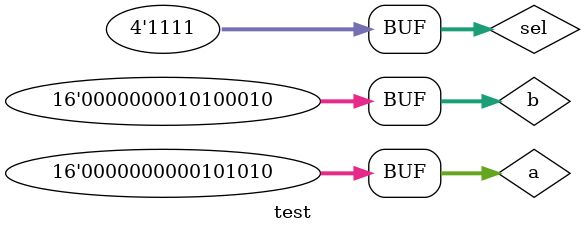
<source format=v>
module test;
  reg [0:15]a, b;
  reg [0:3]sel;
  wire carry;
  wire [0:15]out;
  
  alu a1(a, b, sel, carry, out);
  initial begin
    a = 16'h2A;
    b = 16'hA2;
    sel = 4'h0; #100
    sel = 4'h1; #100
    sel = 4'h2; #100
    sel = 4'h3; #100
    sel = 4'h4; #100
    sel = 4'h5; #100
    sel = 4'h6; #100
    sel = 4'h7; #100
    sel = 4'h8; #100
    sel = 4'h9; #100
    sel = 4'hA; #100
    sel = 4'hB; #100
    sel = 4'hC; #100
    sel = 4'hD; #100
    sel = 4'hE; #100
    sel = 4'hF;
  end
 
  initial begin
    $dumpfile("dump.vcd");
    $dumpvars(1);
  end
endmodule
</source>
